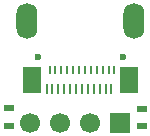
<source format=gbr>
G04 #@! TF.FileFunction,Soldermask,Top*
%FSLAX46Y46*%
G04 Gerber Fmt 4.6, Leading zero omitted, Abs format (unit mm)*
G04 Created by KiCad (PCBNEW 4.0.0-rc1-stable) date mån 21 sep 2015 20:07:33*
%MOMM*%
G01*
G04 APERTURE LIST*
%ADD10C,0.100000*%
%ADD11R,0.900000X0.500000*%
%ADD12C,1.700000*%
%ADD13R,1.700000X1.700000*%
%ADD14R,0.270000X0.900000*%
%ADD15R,0.270000X0.800000*%
%ADD16C,0.600000*%
%ADD17O,0.600000X0.600000*%
%ADD18R,1.650000X2.300000*%
%ADD19O,1.778000X3.048000*%
G04 APERTURE END LIST*
D10*
D11*
X71690000Y-9902000D03*
X71690000Y-11402000D03*
X60450500Y-9890000D03*
X60450500Y-11390000D03*
D12*
X62236000Y-11103000D03*
X64776000Y-11103000D03*
X67316000Y-11103000D03*
D13*
X69856000Y-11103000D03*
D14*
X69135000Y-8215000D03*
X68635000Y-8215000D03*
X68135000Y-8215000D03*
X67635000Y-8215000D03*
X67135000Y-8215000D03*
X66635000Y-8215000D03*
X66135000Y-8215000D03*
X65635000Y-8215000D03*
X65135000Y-8215000D03*
X64635000Y-8215000D03*
X64135000Y-8215000D03*
X63635000Y-8215000D03*
D15*
X63890000Y-6615000D03*
X64390000Y-6615000D03*
X64890000Y-6615000D03*
X65390000Y-6615000D03*
X65890000Y-6615000D03*
X66390000Y-6615000D03*
X66890000Y-6615000D03*
X67390000Y-6615000D03*
X67890000Y-6615000D03*
X68390000Y-6615000D03*
X68890000Y-6615000D03*
X69390000Y-6615000D03*
D16*
X70110000Y-5515000D03*
D17*
X62910000Y-5515000D03*
D18*
X70605000Y-7515000D03*
X62415000Y-7515000D03*
D19*
X71070120Y-2465000D03*
X61951520Y-2465000D03*
M02*

</source>
